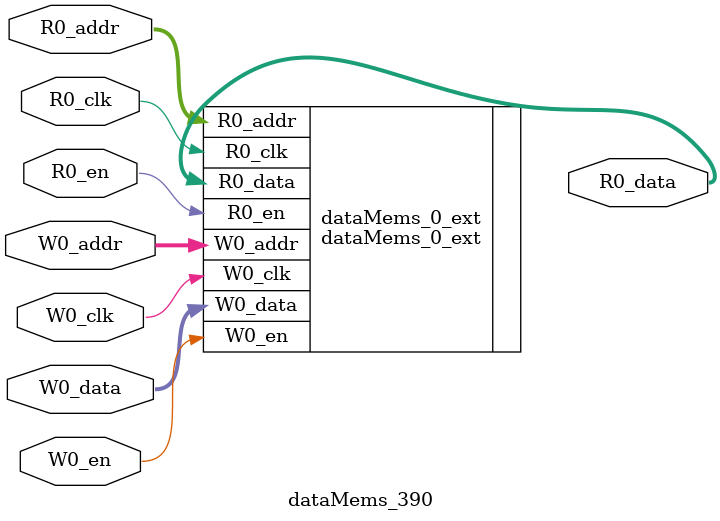
<source format=sv>
`ifndef RANDOMIZE
  `ifdef RANDOMIZE_REG_INIT
    `define RANDOMIZE
  `endif // RANDOMIZE_REG_INIT
`endif // not def RANDOMIZE
`ifndef RANDOMIZE
  `ifdef RANDOMIZE_MEM_INIT
    `define RANDOMIZE
  `endif // RANDOMIZE_MEM_INIT
`endif // not def RANDOMIZE

`ifndef RANDOM
  `define RANDOM $random
`endif // not def RANDOM

// Users can define 'PRINTF_COND' to add an extra gate to prints.
`ifndef PRINTF_COND_
  `ifdef PRINTF_COND
    `define PRINTF_COND_ (`PRINTF_COND)
  `else  // PRINTF_COND
    `define PRINTF_COND_ 1
  `endif // PRINTF_COND
`endif // not def PRINTF_COND_

// Users can define 'ASSERT_VERBOSE_COND' to add an extra gate to assert error printing.
`ifndef ASSERT_VERBOSE_COND_
  `ifdef ASSERT_VERBOSE_COND
    `define ASSERT_VERBOSE_COND_ (`ASSERT_VERBOSE_COND)
  `else  // ASSERT_VERBOSE_COND
    `define ASSERT_VERBOSE_COND_ 1
  `endif // ASSERT_VERBOSE_COND
`endif // not def ASSERT_VERBOSE_COND_

// Users can define 'STOP_COND' to add an extra gate to stop conditions.
`ifndef STOP_COND_
  `ifdef STOP_COND
    `define STOP_COND_ (`STOP_COND)
  `else  // STOP_COND
    `define STOP_COND_ 1
  `endif // STOP_COND
`endif // not def STOP_COND_

// Users can define INIT_RANDOM as general code that gets injected into the
// initializer block for modules with registers.
`ifndef INIT_RANDOM
  `define INIT_RANDOM
`endif // not def INIT_RANDOM

// If using random initialization, you can also define RANDOMIZE_DELAY to
// customize the delay used, otherwise 0.002 is used.
`ifndef RANDOMIZE_DELAY
  `define RANDOMIZE_DELAY 0.002
`endif // not def RANDOMIZE_DELAY

// Define INIT_RANDOM_PROLOG_ for use in our modules below.
`ifndef INIT_RANDOM_PROLOG_
  `ifdef RANDOMIZE
    `ifdef VERILATOR
      `define INIT_RANDOM_PROLOG_ `INIT_RANDOM
    `else  // VERILATOR
      `define INIT_RANDOM_PROLOG_ `INIT_RANDOM #`RANDOMIZE_DELAY begin end
    `endif // VERILATOR
  `else  // RANDOMIZE
    `define INIT_RANDOM_PROLOG_
  `endif // RANDOMIZE
`endif // not def INIT_RANDOM_PROLOG_

// Include register initializers in init blocks unless synthesis is set
`ifndef SYNTHESIS
  `ifndef ENABLE_INITIAL_REG_
    `define ENABLE_INITIAL_REG_
  `endif // not def ENABLE_INITIAL_REG_
`endif // not def SYNTHESIS

// Include rmemory initializers in init blocks unless synthesis is set
`ifndef SYNTHESIS
  `ifndef ENABLE_INITIAL_MEM_
    `define ENABLE_INITIAL_MEM_
  `endif // not def ENABLE_INITIAL_MEM_
`endif // not def SYNTHESIS

module dataMems_390(	// @[generators/ara/src/main/scala/UnsafeAXI4ToTL.scala:365:62]
  input  [4:0]  R0_addr,
  input         R0_en,
  input         R0_clk,
  output [66:0] R0_data,
  input  [4:0]  W0_addr,
  input         W0_en,
  input         W0_clk,
  input  [66:0] W0_data
);

  dataMems_0_ext dataMems_0_ext (	// @[generators/ara/src/main/scala/UnsafeAXI4ToTL.scala:365:62]
    .R0_addr (R0_addr),
    .R0_en   (R0_en),
    .R0_clk  (R0_clk),
    .R0_data (R0_data),
    .W0_addr (W0_addr),
    .W0_en   (W0_en),
    .W0_clk  (W0_clk),
    .W0_data (W0_data)
  );
endmodule


</source>
